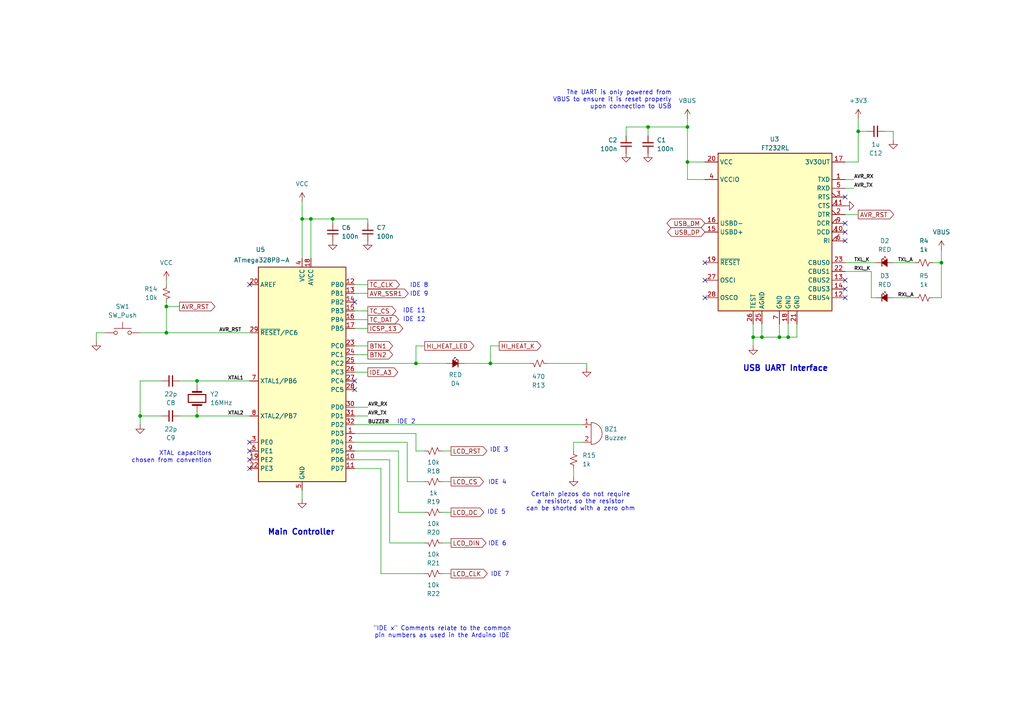
<source format=kicad_sch>
(kicad_sch (version 20250114) (generator "eeschema") (generator_version "9.0")
  (paper "A4")
  (lib_symbols
    (symbol "ATmega328PB-A_1"
      (property "Reference" "U5" (at -13.462 40.64 0))
      (property "Value" "ATmega328PB-A" (at -19.812 37.592 0))
      (symbol "ATmega328PB-A_1_0_1"
        (rectangle (start -12.7 35.56) (end 12.7 -26.67) (stroke (width 0.254)) (fill (type background)))
      )
      (symbol "ATmega328PB-A_1_1_1"
        (pin passive line (at -15.24 30.48 0) (length 2.54) (name "AREF") (number "20"))
        (pin bidirectional line (at -15.24 16.51 0) (length 2.54) (name "~{RESET}/PC6") (number "29"))
        (pin bidirectional line (at -15.24 2.54 0) (length 2.54) (name "XTAL1/PB6") (number "7"))
        (pin bidirectional line (at -15.24 -7.62 0) (length 2.54) (name "XTAL2/PB7") (number "8"))
        (pin bidirectional line (at -15.24 -15.24 0) (length 2.54) (name "PE0") (number "3"))
        (pin bidirectional line (at -15.24 -17.78 0) (length 2.54) (name "PE1") (number "6"))
        (pin bidirectional line (at -15.24 -20.32 0) (length 2.54) (name "PE2") (number "19"))
        (pin bidirectional line (at -15.24 -22.86 0) (length 2.54) (name "PE3") (number "22"))
        (pin power_in line (at 0 38.1 270) (length 2.54) (name "VCC") (number "4"))
        (pin passive line (at 0 -29.21 90) (length 2.54) (hide yes) (name "GND") (number "21"))
        (pin power_in line (at 0 -29.21 90) (length 2.54) (name "GND") (number "5"))
        (pin power_in line (at 2.54 38.1 270) (length 2.54) (name "AVCC") (number "18"))
        (pin bidirectional line (at 15.24 30.48 180) (length 2.54) (name "PB0") (number "12"))
        (pin bidirectional line (at 15.24 27.94 180) (length 2.54) (name "PB1") (number "13"))
        (pin bidirectional line (at 15.24 25.4 180) (length 2.54) (name "PB2") (number "14"))
        (pin bidirectional line (at 15.24 22.86 180) (length 2.54) (name "PB3") (number "15"))
        (pin bidirectional line (at 15.24 20.32 180) (length 2.54) (name "PB4") (number "16"))
        (pin bidirectional line (at 15.24 17.78 180) (length 2.54) (name "PB5") (number "17"))
        (pin bidirectional line (at 15.24 12.7 180) (length 2.54) (name "PC0") (number "23"))
        (pin bidirectional line (at 15.24 10.16 180) (length 2.54) (name "PC1") (number "24"))
        (pin bidirectional line (at 15.24 7.62 180) (length 2.54) (name "PC2") (number "25"))
        (pin bidirectional line (at 15.24 5.08 180) (length 2.54) (name "PC3") (number "26"))
        (pin bidirectional line (at 15.24 2.54 180) (length 2.54) (name "PC4") (number "27"))
        (pin bidirectional line (at 15.24 0 180) (length 2.54) (name "PC5") (number "28"))
        (pin bidirectional line (at 15.24 -5.08 180) (length 2.54) (name "PD0") (number "30"))
        (pin bidirectional line (at 15.24 -7.62 180) (length 2.54) (name "PD1") (number "31"))
        (pin bidirectional line (at 15.24 -10.16 180) (length 2.54) (name "PD2") (number "32"))
        (pin bidirectional line (at 15.24 -12.7 180) (length 2.54) (name "PD3") (number "1"))
        (pin bidirectional line (at 15.24 -15.24 180) (length 2.54) (name "PD4") (number "2"))
        (pin bidirectional line (at 15.24 -17.78 180) (length 2.54) (name "PD5") (number "9"))
        (pin bidirectional line (at 15.24 -20.32 180) (length 2.54) (name "PD6") (number "10"))
        (pin bidirectional line (at 15.24 -22.86 180) (length 2.54) (name "PD7") (number "11"))
      )
    )
    (symbol "Device:Buzzer" (pin_names (offset 0.0254) (hide yes))
      (property "Reference" "BZ" (at 3.81 1.27 0))
      (property "Value" "Buzzer" (at 3.81 -1.27 0))
      (symbol "Buzzer_0_1"
        (polyline (pts (xy -1.651 1.905) (xy -1.143 1.905)))
        (polyline (pts (xy -1.397 2.159) (xy -1.397 1.651)))
        (arc (start 0 3.175) (mid 3.1612 0) (end 0 -3.175))
        (polyline (pts (xy 0 3.175) (xy 0 -3.175)))
      )
      (symbol "Buzzer_1_1"
        (pin passive line (at -2.54 2.54 0) (length 2.54) (name "+") (number "1"))
        (pin passive line (at -2.54 -2.54 0) (length 2.54) (name "-") (number "2"))
      )
    )
    (symbol "Device:C_Small" (pin_numbers (hide yes)) (pin_names (offset 0.254) (hide yes))
      (property "Reference" "C" (at 0.254 1.778 0))
      (property "Value" "C_Small" (at 0.254 -2.032 0))
      (symbol "C_Small_0_1"
        (polyline (pts (xy -1.524 0.508) (xy 1.524 0.508)) (stroke (width 0.3048)))
        (polyline (pts (xy -1.524 -0.508) (xy 1.524 -0.508)) (stroke (width 0.3302)))
      )
      (symbol "C_Small_1_1"
        (pin passive line (at 0 2.54 270) (length 2.032) (name "~") (number "1"))
        (pin passive line (at 0 -2.54 90) (length 2.032) (name "~") (number "2"))
      )
    )
    (symbol "Device:Crystal" (pin_numbers (hide yes)) (pin_names (offset 1.016) (hide yes))
      (property "Reference" "Y" (at 0 3.81 0))
      (property "Value" "Crystal" (at 0 -3.81 0))
      (symbol "Crystal_0_1"
        (polyline (pts (xy -2.54 0) (xy -1.905 0)))
        (polyline (pts (xy -1.905 -1.27) (xy -1.905 1.27)) (stroke (width 0.508)))
        (rectangle (start -1.143 2.54) (end 1.143 -2.54) (stroke (width 0.3048)))
        (polyline (pts (xy 1.905 -1.27) (xy 1.905 1.27)) (stroke (width 0.508)))
        (polyline (pts (xy 2.54 0) (xy 1.905 0)))
      )
      (symbol "Crystal_1_1"
        (pin passive line (at -3.81 0 0) (length 1.27) (name "1") (number "1"))
        (pin passive line (at 3.81 0 180) (length 1.27) (name "2") (number "2"))
      )
    )
    (symbol "Device:LED_Small_Filled" (pin_numbers (hide yes)) (pin_names (offset 0.254) (hide yes))
      (property "Reference" "D" (at -1.27 3.175 0))
      (property "Value" "LED_Small_Filled" (at -4.445 -2.54 0))
      (symbol "LED_Small_Filled_0_1"
        (polyline (pts (xy -0.762 -1.016) (xy -0.762 1.016)) (stroke (width 0.254)))
        (polyline (pts (xy 0 0.762) (xy -0.508 1.27) (xy -0.254 1.27) (xy -0.508 1.27) (xy -0.508 1.016)))
        (polyline (pts (xy 0.508 1.27) (xy 0 1.778) (xy 0.254 1.778) (xy 0 1.778) (xy 0 1.524)))
        (polyline (pts (xy 0.762 -1.016) (xy -0.762 0) (xy 0.762 1.016) (xy 0.762 -1.016)) (stroke (width 0.254)) (fill (type outline)))
        (polyline (pts (xy 1.016 0) (xy -0.762 0)))
      )
      (symbol "LED_Small_Filled_1_1"
        (pin passive line (at -2.54 0 0) (length 1.778) (name "K") (number "1"))
        (pin passive line (at 2.54 0 180) (length 1.778) (name "A") (number "2"))
      )
    )
    (symbol "Device:R_Small_US" (pin_numbers (hide yes)) (pin_names (offset 0.254) (hide yes))
      (property "Reference" "R" (at 0.762 0.508 0))
      (property "Value" "R_Small_US" (at 0.762 -1.016 0))
      (symbol "R_Small_US_1_1"
        (polyline (pts (xy 0 1.524) (xy 1.016 1.143) (xy 0 0.762) (xy -1.016 0.381) (xy 0 0)))
        (polyline (pts (xy 0 0) (xy 1.016 -0.381) (xy 0 -0.762) (xy -1.016 -1.143) (xy 0 -1.524)))
        (pin passive line (at 0 2.54 270) (length 1.016) (name "~") (number "1"))
        (pin passive line (at 0 -2.54 90) (length 1.016) (name "~") (number "2"))
      )
    )
    (symbol "Interface_USB:FT232RL"
      (property "Reference" "U6" (at -1.524 25.654 0))
      (property "Value" "FT232RL" (at -4.064 23.114 0))
      (symbol "FT232RL_0_1"
        (rectangle (start -16.51 21.59) (end 16.51 -24.13) (stroke (width 0.254)) (fill (type background)))
      )
      (symbol "FT232RL_1_1"
        (pin power_in line (at -20.32 19.05 0) (length 3.81) (name "VCC") (number "20"))
        (pin power_in line (at -20.32 13.97 0) (length 3.81) (name "VCCIO") (number "4"))
        (pin bidirectional line (at -20.32 1.27 0) (length 3.81) (name "USBD-") (number "16"))
        (pin bidirectional line (at -20.32 -1.27 0) (length 3.81) (name "USBD+") (number "15"))
        (pin input line (at -20.32 -10.16 0) (length 3.81) (name "~{RESET}") (number "19"))
        (pin input line (at -20.32 -15.24 0) (length 3.81) (name "OSCI") (number "27"))
        (pin output line (at -20.32 -20.32 0) (length 3.81) (name "OSCO") (number "28"))
        (pin input line (at -6.35 -27.94 90) (length 3.81) (name "TEST") (number "26"))
        (pin power_in line (at -3.81 -27.94 90) (length 3.81) (name "AGND") (number "25"))
        (pin power_in line (at 1.27 -27.94 90) (length 3.81) (name "GND") (number "7"))
        (pin power_in line (at 3.81 -27.94 90) (length 3.81) (name "GND") (number "18"))
        (pin power_in line (at 6.35 -27.94 90) (length 3.81) (name "GND") (number "21"))
        (pin power_out line (at 20.32 19.05 180) (length 3.81) (name "3V3OUT") (number "17"))
        (pin output line (at 20.32 13.97 180) (length 3.81) (name "TXD") (number "1"))
        (pin input line (at 20.32 11.43 180) (length 3.81) (name "RXD") (number "5"))
        (pin output output_low (at 20.32 8.89 180) (length 3.81) (name "RTS") (number "3"))
        (pin input input_low (at 20.32 6.35 180) (length 3.81) (name "CTS") (number "11"))
        (pin output output_low (at 20.32 3.81 180) (length 3.81) (name "DTR") (number "2"))
        (pin input input_low (at 20.32 1.27 180) (length 3.81) (name "DCR") (number "9"))
        (pin input input_low (at 20.32 -1.27 180) (length 3.81) (name "DCD") (number "10"))
        (pin input input_low (at 20.32 -3.81 180) (length 3.81) (name "RI") (number "6"))
        (pin bidirectional line (at 20.32 -10.16 180) (length 3.81) (name "CBUS0") (number "23"))
        (pin bidirectional line (at 20.32 -12.7 180) (length 3.81) (name "CBUS1") (number "22"))
        (pin bidirectional line (at 20.32 -15.24 180) (length 3.81) (name "CBUS2") (number "13"))
        (pin bidirectional line (at 20.32 -17.78 180) (length 3.81) (name "CBUS3") (number "14"))
        (pin bidirectional line (at 20.32 -20.32 180) (length 3.81) (name "CBUS4") (number "12"))
      )
    )
    (symbol "Switch:SW_Push" (pin_numbers (hide yes)) (pin_names (offset 1.016) (hide yes))
      (property "Reference" "SW" (at 1.27 2.54 0))
      (property "Value" "SW_Push" (at 0 -1.524 0))
      (symbol "SW_Push_0_1"
        (circle (center -2.032 0) (radius 0.508))
        (polyline (pts (xy 0 1.27) (xy 0 3.048)))
        (circle (center 2.032 0) (radius 0.508))
        (polyline (pts (xy 2.54 1.27) (xy -2.54 1.27)))
        (pin passive line (at -5.08 0 0) (length 2.54) (name "1") (number "1"))
        (pin passive line (at 5.08 0 180) (length 2.54) (name "2") (number "2"))
      )
    )
    (symbol "power:+3V3" (power) (pin_numbers (hide yes)) (pin_names (offset 0) (hide yes))
      (property "Value" "+3V3" (at 0 3.556 0))
      (symbol "+3V3_0_1"
        (polyline (pts (xy -0.762 1.27) (xy 0 2.54)))
        (polyline (pts (xy 0 2.54) (xy 0.762 1.27)))
        (polyline (pts (xy 0 0) (xy 0 2.54)))
      )
      (symbol "+3V3_1_1"
        (pin power_in line (at 0 0 90) (length 0) (name "~") (number "1"))
      )
    )
    (symbol "power:GND" (power) (pin_numbers (hide yes)) (pin_names (offset 0) (hide yes))
      (property "Value" "GND" (at 0 -3.81 0))
      (symbol "GND_0_1"
        (polyline (pts (xy 0 0) (xy 0 -1.27) (xy 1.27 -1.27) (xy 0 -2.54) (xy -1.27 -1.27) (xy 0 -1.27)))
      )
      (symbol "GND_1_1"
        (pin power_in line (at 0 0 270) (length 0) (name "~") (number "1"))
      )
    )
    (symbol "power:VBUS" (power) (pin_numbers (hide yes)) (pin_names (offset 0) (hide yes))
      (property "Value" "VBUS" (at 0 3.556 0))
      (symbol "VBUS_0_1"
        (polyline (pts (xy -0.762 1.27) (xy 0 2.54)))
        (polyline (pts (xy 0 2.54) (xy 0.762 1.27)))
        (polyline (pts (xy 0 0) (xy 0 2.54)))
      )
      (symbol "VBUS_1_1"
        (pin power_in line (at 0 0 90) (length 0) (name "~") (number "1"))
      )
    )
    (symbol "power:VCC" (power) (pin_numbers (hide yes)) (pin_names (offset 0) (hide yes))
      (property "Value" "VCC" (at 0 3.556 0))
      (symbol "VCC_0_1"
        (polyline (pts (xy -0.762 1.27) (xy 0 2.54)))
        (polyline (pts (xy 0 2.54) (xy 0.762 1.27)))
        (polyline (pts (xy 0 0) (xy 0 2.54)))
      )
      (symbol "VCC_1_1"
        (pin power_in line (at 0 0 90) (length 0) (name "~") (number "1"))
      )
    )
  )
  (text "USB UART Interface" (at 227.838 106.934 0) (effects (font (size 1.651 1.651) (thickness 0.3302) (bold yes))))
  (text "IDE 12" (at 116.84 92.71 0) (effects (font (size 1.27 1.27)) (justify left)))
  (text "IDE 4" (at 144.272 139.954 0) (effects (font (size 1.27 1.27))))
  (text "IDE 6" (at 144.272 157.734 0) (effects (font (size 1.27 1.27))))
  (text "IDE 2" (at 117.856 122.428 0) (effects (font (size 1.27 1.27))))
  (text "\"IDE x\" Comments relate to the common\npin numbers as used in the Arduino IDE" (at 128.27 183.388 0) (effects (font (size 1.27 1.27))))
  (text "XTAL capacitors\nchosen from convention" (at 61.468 132.588 0) (effects (font (size 1.27 1.27)) (justify right)))
  (text "Certain piezos do not require\na resistor, so the resistor\ncan be shorted with a zero ohm" (at 168.402 145.542 0) (effects (font (size 1.27 1.27))))
  (text "IDE 7" (at 145.034 166.624 0) (effects (font (size 1.27 1.27))))
  (text "IDE 3" (at 144.78 130.556 0) (effects (font (size 1.27 1.27))))
  (text "IDE 11" (at 116.84 90.17 0) (effects (font (size 1.27 1.27)) (justify left)))
  (text "IDE 9" (at 118.872 85.344 0) (effects (font (size 1.27 1.27)) (justify left)))
  (text "Main Controller" (at 87.376 154.432 0) (effects (font (size 1.651 1.651) (thickness 0.3302) (bold yes))))
  (text "The UART is only powered from\nVBUS to ensure it is reset properly\nupon connection to USB" (at 194.818 28.956 0) (effects (font (size 1.27 1.27)) (justify right)))
  (text "IDE 5" (at 144.018 148.59 0) (effects (font (size 1.27 1.27))))
  (text "IDE 8" (at 118.872 82.804 0) (effects (font (size 1.27 1.27)) (justify left)))
  (junction (at 228.6 97.79))
  (junction (at 96.52 63.5))
  (junction (at 248.92 38.1))
  (junction (at 87.63 63.5))
  (junction (at 220.98 97.79))
  (junction (at 48.26 96.52))
  (junction (at 90.17 63.5))
  (junction (at 226.06 97.79))
  (junction (at 120.65 105.41))
  (junction (at 57.15 120.65))
  (junction (at 199.39 46.99))
  (junction (at 142.24 105.41))
  (junction (at 199.39 36.83))
  (junction (at 57.15 110.49))
  (junction (at 48.26 88.9))
  (junction (at 187.96 36.83))
  (junction (at 273.05 76.2))
  (junction (at 218.44 97.79))
  (junction (at 40.64 120.65))
  (no_connect (at 245.11 83.82))
  (no_connect (at 204.47 86.36))
  (no_connect (at 72.39 133.35))
  (no_connect (at 102.87 113.03))
  (no_connect (at 72.39 130.81))
  (no_connect (at 245.11 86.36))
  (no_connect (at 245.11 69.85))
  (no_connect (at 102.87 87.63))
  (no_connect (at 102.87 110.49))
  (no_connect (at 245.11 67.31))
  (no_connect (at 245.11 64.77))
  (no_connect (at 72.39 82.55))
  (no_connect (at 245.11 57.15))
  (no_connect (at 72.39 128.27))
  (no_connect (at 245.11 81.28))
  (no_connect (at 204.47 76.2))
  (no_connect (at 204.47 81.28))
  (no_connect (at 72.39 135.89))
  (wire (pts (xy 273.05 86.36) (xy 270.51 86.36)))
  (wire (pts (xy 72.39 120.65) (xy 57.15 120.65)))
  (wire (pts (xy 87.63 63.5) (xy 90.17 63.5)))
  (wire (pts (xy 48.26 87.63) (xy 48.26 88.9)))
  (wire (pts (xy 102.87 128.27) (xy 118.11 128.27)))
  (wire (pts (xy 90.17 74.93) (xy 90.17 63.5)))
  (wire (pts (xy 87.63 142.24) (xy 87.63 144.78)))
  (wire (pts (xy 27.94 96.52) (xy 30.48 96.52)))
  (wire (pts (xy 128.27 157.48) (xy 130.81 157.48)))
  (wire (pts (xy 181.61 39.37) (xy 181.61 36.83)))
  (wire (pts (xy 168.91 128.27) (xy 166.37 128.27)))
  (wire (pts (xy 245.11 54.61) (xy 247.65 54.61)))
  (wire (pts (xy 120.65 105.41) (xy 129.54 105.41)))
  (wire (pts (xy 40.64 96.52) (xy 48.26 96.52)))
  (wire (pts (xy 181.61 36.83) (xy 187.96 36.83)))
  (wire (pts (xy 245.11 78.74) (xy 252.73 78.74)))
  (wire (pts (xy 102.87 135.89) (xy 110.49 135.89)))
  (wire (pts (xy 48.26 96.52) (xy 72.39 96.52)))
  (wire (pts (xy 40.64 120.65) (xy 46.99 120.65)))
  (wire (pts (xy 226.06 93.98) (xy 226.06 97.79)))
  (wire (pts (xy 120.65 130.81) (xy 123.19 130.81)))
  (wire (pts (xy 102.87 105.41) (xy 120.65 105.41)))
  (wire (pts (xy 256.54 38.1) (xy 259.08 38.1)))
  (wire (pts (xy 170.18 106.68) (xy 170.18 105.41)))
  (wire (pts (xy 187.96 36.83) (xy 187.96 39.37)))
  (wire (pts (xy 110.49 135.89) (xy 110.49 166.37)))
  (wire (pts (xy 48.26 88.9) (xy 48.26 96.52)))
  (wire (pts (xy 102.87 118.11) (xy 106.68 118.11)))
  (wire (pts (xy 102.87 120.65) (xy 106.68 120.65)))
  (wire (pts (xy 48.26 81.28) (xy 48.26 82.55)))
  (wire (pts (xy 120.65 100.33) (xy 120.65 105.41)))
  (wire (pts (xy 102.87 92.71) (xy 106.68 92.71)))
  (wire (pts (xy 110.49 166.37) (xy 123.19 166.37)))
  (wire (pts (xy 252.73 86.36) (xy 254 86.36)))
  (wire (pts (xy 102.87 130.81) (xy 115.57 130.81)))
  (wire (pts (xy 102.87 100.33) (xy 106.68 100.33)))
  (wire (pts (xy 245.11 62.23) (xy 248.92 62.23)))
  (wire (pts (xy 142.24 100.33) (xy 142.24 105.41)))
  (wire (pts (xy 273.05 72.39) (xy 273.05 76.2)))
  (wire (pts (xy 270.51 76.2) (xy 273.05 76.2)))
  (wire (pts (xy 106.68 63.5) (xy 96.52 63.5)))
  (wire (pts (xy 134.62 105.41) (xy 142.24 105.41)))
  (wire (pts (xy 113.03 133.35) (xy 113.03 157.48)))
  (wire (pts (xy 102.87 102.87) (xy 106.68 102.87)))
  (wire (pts (xy 123.19 100.33) (xy 120.65 100.33)))
  (wire (pts (xy 252.73 78.74) (xy 252.73 86.36)))
  (wire (pts (xy 128.27 130.81) (xy 130.81 130.81)))
  (wire (pts (xy 115.57 130.81) (xy 115.57 148.59)))
  (wire (pts (xy 102.87 95.25) (xy 106.68 95.25)))
  (wire (pts (xy 118.11 139.7) (xy 123.19 139.7)))
  (wire (pts (xy 245.11 76.2) (xy 254 76.2)))
  (wire (pts (xy 57.15 110.49) (xy 57.15 111.76)))
  (wire (pts (xy 218.44 97.79) (xy 218.44 100.33)))
  (wire (pts (xy 245.11 52.07) (xy 247.65 52.07)))
  (wire (pts (xy 120.65 125.73) (xy 102.87 125.73)))
  (wire (pts (xy 204.47 52.07) (xy 199.39 52.07)))
  (wire (pts (xy 128.27 139.7) (xy 130.81 139.7)))
  (wire (pts (xy 248.92 38.1) (xy 248.92 34.29)))
  (wire (pts (xy 106.68 64.77) (xy 106.68 63.5)))
  (wire (pts (xy 57.15 120.65) (xy 57.15 119.38)))
  (wire (pts (xy 102.87 107.95) (xy 106.68 107.95)))
  (wire (pts (xy 118.11 128.27) (xy 118.11 139.7)))
  (wire (pts (xy 245.11 46.99) (xy 248.92 46.99)))
  (wire (pts (xy 52.07 120.65) (xy 57.15 120.65)))
  (wire (pts (xy 120.65 130.81) (xy 120.65 125.73)))
  (wire (pts (xy 199.39 52.07) (xy 199.39 46.99)))
  (wire (pts (xy 248.92 38.1) (xy 248.92 46.99)))
  (wire (pts (xy 259.08 38.1) (xy 259.08 40.64)))
  (wire (pts (xy 228.6 97.79) (xy 226.06 97.79)))
  (wire (pts (xy 102.87 85.09) (xy 106.68 85.09)))
  (wire (pts (xy 72.39 110.49) (xy 57.15 110.49)))
  (wire (pts (xy 226.06 97.79) (xy 220.98 97.79)))
  (wire (pts (xy 199.39 34.29) (xy 199.39 36.83)))
  (wire (pts (xy 27.94 99.06) (xy 27.94 96.52)))
  (wire (pts (xy 220.98 97.79) (xy 218.44 97.79)))
  (wire (pts (xy 102.87 82.55) (xy 106.68 82.55)))
  (wire (pts (xy 187.96 36.83) (xy 199.39 36.83)))
  (wire (pts (xy 128.27 166.37) (xy 130.81 166.37)))
  (wire (pts (xy 248.92 38.1) (xy 251.46 38.1)))
  (wire (pts (xy 170.18 105.41) (xy 158.75 105.41)))
  (wire (pts (xy 40.64 120.65) (xy 40.64 123.19)))
  (wire (pts (xy 52.07 110.49) (xy 57.15 110.49)))
  (wire (pts (xy 231.14 97.79) (xy 228.6 97.79)))
  (wire (pts (xy 102.87 133.35) (xy 113.03 133.35)))
  (wire (pts (xy 128.27 148.59) (xy 130.81 148.59)))
  (wire (pts (xy 46.99 110.49) (xy 40.64 110.49)))
  (wire (pts (xy 199.39 46.99) (xy 204.47 46.99)))
  (wire (pts (xy 144.78 100.33) (xy 142.24 100.33)))
  (wire (pts (xy 113.03 157.48) (xy 123.19 157.48)))
  (wire (pts (xy 259.08 86.36) (xy 265.43 86.36)))
  (wire (pts (xy 218.44 93.98) (xy 218.44 97.79)))
  (wire (pts (xy 166.37 128.27) (xy 166.37 130.81)))
  (wire (pts (xy 102.87 123.19) (xy 168.91 123.19)))
  (wire (pts (xy 40.64 110.49) (xy 40.64 120.65)))
  (wire (pts (xy 273.05 76.2) (xy 273.05 86.36)))
  (wire (pts (xy 220.98 93.98) (xy 220.98 97.79)))
  (wire (pts (xy 102.87 90.17) (xy 106.68 90.17)))
  (wire (pts (xy 52.07 88.9) (xy 48.26 88.9)))
  (wire (pts (xy 142.24 105.41) (xy 153.67 105.41)))
  (wire (pts (xy 115.57 148.59) (xy 123.19 148.59)))
  (wire (pts (xy 90.17 63.5) (xy 96.52 63.5)))
  (wire (pts (xy 259.08 76.2) (xy 265.43 76.2)))
  (wire (pts (xy 228.6 93.98) (xy 228.6 97.79)))
  (wire (pts (xy 199.39 36.83) (xy 199.39 46.99)))
  (wire (pts (xy 166.37 135.89) (xy 166.37 138.43)))
  (wire (pts (xy 96.52 63.5) (xy 96.52 64.77)))
  (wire (pts (xy 87.63 74.93) (xy 87.63 63.5)))
  (wire (pts (xy 231.14 93.98) (xy 231.14 97.79)))
  (wire (pts (xy 87.63 58.42) (xy 87.63 63.5)))
  (label "TXL_A" (at 260.35 76.2 0) (effects (font (size 1.016 1.016) (thickness 0.2032) (bold yes))))
  (label "RXL_A" (at 260.35 86.36 0) (effects (font (size 1.016 1.016) (thickness 0.2032) (bold yes))))
  (label "AVR_RX" (at 106.68 118.11 0) (effects (font (size 1.016 1.016) (thickness 0.2032) (bold yes))))
  (label "AVR_RX" (at 247.65 52.07 0) (effects (font (size 1.016 1.016) (thickness 0.2032) (bold yes))))
  (label "AVR_RST" (at 63.5 96.52 0) (effects (font (size 1.016 1.016) (thickness 0.2032) (bold yes))))
  (label "AVR_TX" (at 106.68 120.65 0) (effects (font (size 1.016 1.016) (thickness 0.2032) (bold yes))))
  (label "AVR_TX" (at 247.65 54.61 0) (effects (font (size 1.016 1.016) (thickness 0.2032) (bold yes))))
  (label "TXL_K" (at 247.65 76.2 0) (effects (font (size 1.016 1.016) (thickness 0.2032) (bold yes))))
  (label "RXL_K" (at 247.65 78.74 0) (effects (font (size 1.016 1.016) (thickness 0.2032) (bold yes))))
  (label "BUZZER" (at 106.68 123.19 0) (effects (font (size 1.016 1.016) (thickness 0.2032) (bold yes))))
  (label "XTAL2" (at 66.04 120.65 0) (effects (font (size 1.016 1.016) (thickness 0.2032) (bold yes))))
  (label "XTAL1" (at 66.04 110.49 0) (effects (font (size 1.016 1.016) (thickness 0.2032) (bold yes))))
  (global_label "LCD_CLK" (shape output) (at 130.81 166.37 0) (property "Intersheetrefs" "${INTERSHEET_REFS}" (effects (hide yes))))
  (global_label "USB_DP" (shape bidirectional) (at 204.47 67.31 180) (property "Intersheetrefs" "${INTERSHEET_REFS}" (effects (hide yes))))
  (global_label "LCD_DC" (shape output) (at 130.81 148.59 0) (property "Intersheetrefs" "${INTERSHEET_REFS}" (effects (hide yes))))
  (global_label "TC_CLK" (shape output) (at 106.68 82.55 0) (property "Intersheetrefs" "${INTERSHEET_REFS}" (effects (hide yes))))
  (global_label "AVR_RST" (shape output) (at 52.07 88.9 0) (property "Intersheetrefs" "${INTERSHEET_REFS}" (effects (hide yes))))
  (global_label "USB_DM" (shape bidirectional) (at 204.47 64.77 180) (property "Intersheetrefs" "${INTERSHEET_REFS}" (effects (hide yes))))
  (global_label "HI_HEAT_K" (shape output) (at 144.78 100.33 0) (property "Intersheetrefs" "${INTERSHEET_REFS}" (effects (hide yes))))
  (global_label "TC_DAT" (shape output) (at 106.68 92.71 0) (property "Intersheetrefs" "${INTERSHEET_REFS}" (effects (hide yes))))
  (global_label "LCD_RST" (shape output) (at 130.81 130.81 0) (property "Intersheetrefs" "${INTERSHEET_REFS}" (effects (hide yes))))
  (global_label "AVR_SSR1" (shape output) (at 106.68 85.09 0) (property "Intersheetrefs" "${INTERSHEET_REFS}" (effects (hide yes))))
  (global_label "BTN2" (shape output) (at 106.68 102.87 0) (property "Intersheetrefs" "${INTERSHEET_REFS}" (effects (hide yes))))
  (global_label "AVR_RST" (shape output) (at 248.92 62.23 0) (property "Intersheetrefs" "${INTERSHEET_REFS}" (effects (hide yes))))
  (global_label "ICSP_13" (shape output) (at 106.68 95.25 0) (property "Intersheetrefs" "${INTERSHEET_REFS}" (effects (hide yes))))
  (global_label "BTN1" (shape output) (at 106.68 100.33 0) (property "Intersheetrefs" "${INTERSHEET_REFS}" (effects (hide yes))))
  (global_label "HI_HEAT_LED" (shape output) (at 123.19 100.33 0) (property "Intersheetrefs" "${INTERSHEET_REFS}" (effects (hide yes))))
  (global_label "LCD_CS" (shape output) (at 130.81 139.7 0) (property "Intersheetrefs" "${INTERSHEET_REFS}" (effects (hide yes))))
  (global_label "LCD_DIN" (shape output) (at 130.81 157.48 0) (property "Intersheetrefs" "${INTERSHEET_REFS}" (effects (hide yes))))
  (global_label "TC_CS" (shape output) (at 106.68 90.17 0) (property "Intersheetrefs" "${INTERSHEET_REFS}" (effects (hide yes))))
  (global_label "IDE_A3" (shape output) (at 106.68 107.95 0) (property "Intersheetrefs" "${INTERSHEET_REFS}" (effects (hide yes))))
  (symbol (lib_id "Device:C_Small") (at 181.61 41.91 0) (mirror x) (unit 1)
    (property "Reference" "C2" (at 179.07 40.6335 0) (effects (justify right)))
    (property "Value" "100n" (at 179.07 43.1735 0) (effects (justify right)))
    (property "Footprint" "Capacitor_SMD:C_0402_1005Metric" (effects (hide yes)))
    (property "Description" "Unpolarized capacitor, small symbol" (effects (hide yes)))
  )
  (symbol (lib_id "Device:C_Small") (at 187.96 41.91 180) (unit 1)
    (property "Reference" "C1" (at 190.5 40.6335 0) (effects (justify right)))
    (property "Value" "100n" (at 190.5 43.1735 0) (effects (justify right)))
    (property "Footprint" "Capacitor_SMD:C_0402_1005Metric" (effects (hide yes)))
    (property "Description" "Unpolarized capacitor, small symbol" (effects (hide yes)))
  )
  (symbol (lib_id "power:VBUS") (at 273.05 72.39 0) (unit 1)
    (property "Reference" "#PWR035" (effects (hide yes)))
    (property "Value" "VBUS" (at 273.05 67.31 0))
    (property "Description" "Power symbol creates a global label with name \"VBUS\"" (effects (hide yes)))
  )
  (symbol (lib_id "Device:C_Small") (at 106.68 67.31 180) (unit 1)
    (property "Reference" "C7" (at 109.22 66.0335 0) (effects (justify right)))
    (property "Value" "100n" (at 109.22 68.5735 0) (effects (justify right)))
    (property "Footprint" "Capacitor_SMD:C_0402_1005Metric" (effects (hide yes)))
    (property "Description" "Unpolarized capacitor, small symbol" (effects (hide yes)))
  )
  (symbol (lib_id "power:VCC") (at 87.63 58.42 0) (unit 1)
    (property "Reference" "#PWR021" (effects (hide yes)))
    (property "Value" "VCC" (at 87.63 53.34 0))
    (property "Description" "Power symbol creates a global label with name \"VCC\"" (effects (hide yes)))
  )
  (symbol (lib_id "Device:R_Small_US") (at 125.73 130.81 90) (mirror x) (unit 1)
    (property "Reference" "R18" (at 125.73 136.652 90))
    (property "Value" "10k" (at 125.73 134.112 90))
    (property "Footprint" "Resistor_SMD:R_0402_1005Metric" (effects (hide yes)))
    (property "Description" "Resistor, small US symbol" (effects (hide yes)))
  )
  (symbol (lib_id "Interface_USB:FT232RL") (at 224.79 66.04 0) (unit 1)
    (property "Reference" "U3" (at 223.266 40.386 0) (effects (justify left)))
    (property "Value" "FT232RL" (at 220.726 42.926 0) (effects (justify left)))
    (property "Footprint" "Package_SO:SSOP-28_5.3x10.2mm_P0.65mm" (effects (hide yes)))
    (property "Datasheet" "https://www.ftdichip.com/Support/Documents/DataSheets/ICs/DS_FT232R.pdf" (effects (hide yes)))
    (property "Description" "USB to Serial Interface, SSOP-28" (effects (hide yes)))
  )
  (symbol (lib_id "power:+3V3") (at 248.92 34.29 0) (unit 1)
    (property "Reference" "#PWR024" (effects (hide yes)))
    (property "Value" "+3V3" (at 248.92 29.21 0))
    (property "Description" "Power symbol creates a global label with name \"+3V3\"" (effects (hide yes)))
  )
  (symbol (lib_id "power:GND") (at 259.08 40.64 0) (unit 1)
    (property "Reference" "#PWR027" (effects (hide yes)))
    (property "Value" "GND" (effects (hide yes)))
    (property "Description" "Power symbol creates a global label with name \"GND\" , ground" (effects (hide yes)))
  )
  (symbol (lib_id "Device:R_Small_US") (at 125.73 157.48 90) (mirror x) (unit 1)
    (property "Reference" "R21" (at 125.73 163.322 90))
    (property "Value" "10k" (at 125.73 160.782 90))
    (property "Footprint" "Resistor_SMD:R_0402_1005Metric" (effects (hide yes)))
    (property "Description" "Resistor, small US symbol" (effects (hide yes)))
  )
  (symbol (lib_id "power:GND") (at 166.37 138.43 0) (unit 1)
    (property "Reference" "#PWR028" (effects (hide yes)))
    (property "Value" "GND" (effects (hide yes)))
    (property "Description" "Power symbol creates a global label with name \"GND\" , ground" (effects (hide yes)))
  )
  (symbol (lib_id "Device:C_Small") (at 49.53 120.65 90) (mirror x) (unit 1)
    (property "Reference" "C9" (at 49.5363 127 90))
    (property "Value" "22p" (at 49.5363 124.46 90))
    (property "Footprint" "Capacitor_SMD:C_0402_1005Metric" (effects (hide yes)))
    (property "Description" "Unpolarized capacitor, small symbol" (effects (hide yes)))
  )
  (symbol (lib_id "power:GND") (at 170.18 106.68 0) (unit 1)
    (property "Reference" "#PWR025" (effects (hide yes)))
    (property "Value" "GND" (effects (hide yes)))
    (property "Description" "Power symbol creates a global label with name \"GND\" , ground" (effects (hide yes)))
  )
  (symbol (lib_id "Device:Buzzer") (at 171.45 125.73 0) (unit 1)
    (property "Reference" "BZ1" (at 175.26 124.4599 0) (effects (justify left)))
    (property "Value" "Buzzer" (at 175.26 126.9999 0) (effects (justify left)))
    (property "Footprint" "Buzzer_Beeper:Buzzer_12x9.5RM7.6" (effects (hide yes)))
    (property "Description" "Buzzer, polarized" (effects (hide yes)))
  )
  (symbol (lib_id "Device:LED_Small_Filled") (at 256.54 86.36 0) (unit 1)
    (property "Reference" "D3" (at 256.6035 80.01 0))
    (property "Value" "RED" (at 256.6035 82.55 0))
    (property "Footprint" "LED_SMD:LED_0603_1608Metric" (effects (hide yes)))
    (property "Description" "Light emitting diode, small symbol, filled shape" (effects (hide yes)))
  )
  (symbol (lib_id "Device:LED_Small_Filled") (at 256.54 76.2 0) (unit 1)
    (property "Reference" "D2" (at 256.6035 69.85 0))
    (property "Value" "RED" (at 256.6035 72.39 0))
    (property "Footprint" "LED_SMD:LED_0603_1608Metric" (effects (hide yes)))
    (property "Description" "Light emitting diode, small symbol, filled shape" (effects (hide yes)))
  )
  (symbol (lib_id "power:VBUS") (at 199.39 34.29 0) (unit 1)
    (property "Reference" "#PWR08" (effects (hide yes)))
    (property "Value" "VBUS" (at 199.39 29.21 0))
    (property "Description" "Power symbol creates a global label with name \"VBUS\"" (effects (hide yes)))
  )
  (symbol (lib_id "Device:R_Small_US") (at 267.97 76.2 90) (unit 1)
    (property "Reference" "R4" (at 267.97 69.85 90))
    (property "Value" "1k" (at 267.97 72.39 90))
    (property "Footprint" "Resistor_SMD:R_0402_1005Metric" (effects (hide yes)))
    (property "Description" "Resistor, small US symbol" (effects (hide yes)))
  )
  (symbol (lib_id "power:VCC") (at 48.26 81.28 0) (unit 1)
    (property "Reference" "#PWR018" (effects (hide yes)))
    (property "Value" "VCC" (at 48.26 76.2 0))
    (property "Description" "Power symbol creates a global label with name \"VCC\"" (effects (hide yes)))
  )
  (symbol (lib_id "Device:C_Small") (at 49.53 110.49 90) (mirror x) (unit 1)
    (property "Reference" "C8" (at 49.5363 116.84 90))
    (property "Value" "22p" (at 49.5363 114.3 90))
    (property "Footprint" "Capacitor_SMD:C_0402_1005Metric" (effects (hide yes)))
    (property "Description" "Unpolarized capacitor, small symbol" (effects (hide yes)))
  )
  (symbol (lib_name "ATmega328PB-A_1") (lib_id "MCU_Microchip_ATmega:ATmega328PB-A") (at 87.63 113.03 0) (unit 1)
    (property "Reference" "U5" (at 74.168 72.39 0) (effects (justify left)))
    (property "Value" "ATmega328PB-A" (at 67.818 75.438 0) (effects (justify left)))
    (property "Footprint" "Package_QFP:TQFP-32_7x7mm_P0.8mm" (effects (hide yes)))
    (property "Datasheet" "http://ww1.microchip.com/downloads/en/DeviceDoc/40001906C.pdf" (effects (hide yes)))
    (property "Description" "20MHz, 32kB Flash, 2kB SRAM, 1kB EEPROM, TQFP-32" (effects (hide yes)))
  )
  (symbol (lib_id "Device:C_Small") (at 96.52 67.31 180) (unit 1)
    (property "Reference" "C6" (at 99.06 66.0335 0) (effects (justify right)))
    (property "Value" "100n" (at 99.06 68.5735 0) (effects (justify right)))
    (property "Footprint" "Capacitor_SMD:C_0402_1005Metric" (effects (hide yes)))
    (property "Description" "Unpolarized capacitor, small symbol" (effects (hide yes)))
  )
  (symbol (lib_id "Device:LED_Small_Filled") (at 132.08 105.41 0) (mirror y) (unit 1) (in_bom no) (on_board no)
    (property "Reference" "D4" (at 132.08 111.252 0))
    (property "Value" "RED" (at 132.08 108.712 0))
    (property "Footprint" "Connector_JST:JST_PH_B2B-PH-K_1x02_P2.00mm_Vertical" (effects (hide yes)))
    (property "Description" "Light emitting diode, small symbol, filled shape" (effects (hide yes)))
  )
  (symbol (lib_id "power:GND") (at 96.52 69.85 0) (unit 1)
    (property "Reference" "#PWR019" (effects (hide yes)))
    (property "Value" "GND" (effects (hide yes)))
    (property "Description" "Power symbol creates a global label with name \"GND\" , ground" (effects (hide yes)))
  )
  (symbol (lib_id "Device:C_Small") (at 254 38.1 90) (mirror x) (unit 1)
    (property "Reference" "C12" (at 254.0063 44.45 90))
    (property "Value" "1u" (at 254.0063 41.91 90))
    (property "Footprint" "Capacitor_SMD:C_0603_1608Metric" (effects (hide yes)))
    (property "Description" "Unpolarized capacitor, small symbol" (effects (hide yes)))
  )
  (symbol (lib_id "power:GND") (at 187.96 44.45 0) (unit 1)
    (property "Reference" "#PWR015" (effects (hide yes)))
    (property "Value" "GND" (effects (hide yes)))
    (property "Description" "Power symbol creates a global label with name \"GND\" , ground" (effects (hide yes)))
  )
  (symbol (lib_id "Switch:SW_Push") (at 35.56 96.52 0) (unit 1)
    (property "Reference" "SW1" (at 35.56 88.9 0))
    (property "Value" "SW_Push" (at 35.56 91.44 0))
    (property "Footprint" "Button_Switch_THT:SW_Tactile_SPST_Angled_PTS645Vx58-2LFS" (effects (hide yes)))
    (property "Description" "Push button switch, generic, two pins" (effects (hide yes)))
  )
  (symbol (lib_id "Device:R_Small_US") (at 156.21 105.41 90) (mirror x) (unit 1)
    (property "Reference" "R13" (at 156.21 111.76 90))
    (property "Value" "470" (at 156.21 109.22 90))
    (property "Footprint" "Resistor_SMD:R_0402_1005Metric" (effects (hide yes)))
    (property "Description" "Resistor, small US symbol" (effects (hide yes)))
  )
  (symbol (lib_id "power:GND") (at 218.44 100.33 0) (unit 1)
    (property "Reference" "#PWR012" (effects (hide yes)))
    (property "Value" "GND" (effects (hide yes)))
    (property "Description" "Power symbol creates a global label with name \"GND\" , ground" (effects (hide yes)))
  )
  (symbol (lib_id "Device:R_Small_US") (at 125.73 166.37 90) (mirror x) (unit 1)
    (property "Reference" "R22" (at 125.73 172.212 90))
    (property "Value" "10k" (at 125.73 169.672 90))
    (property "Footprint" "Resistor_SMD:R_0402_1005Metric" (effects (hide yes)))
    (property "Description" "Resistor, small US symbol" (effects (hide yes)))
  )
  (symbol (lib_id "Device:Crystal") (at 57.15 115.57 90) (unit 1)
    (property "Reference" "Y2" (at 60.96 114.2999 90) (effects (justify right)))
    (property "Value" "16MHz" (at 60.96 116.8399 90) (effects (justify right)))
    (property "Footprint" "Crystal:Crystal_SMD_3225-4Pin_3.2x2.5mm" (effects (hide yes)))
    (property "Description" "Two pin crystal" (effects (hide yes)))
  )
  (symbol (lib_id "power:GND") (at 27.94 99.06 0) (unit 1)
    (property "Reference" "#PWR030" (effects (hide yes)))
    (property "Value" "GND" (effects (hide yes)))
    (property "Description" "Power symbol creates a global label with name \"GND\" , ground" (effects (hide yes)))
  )
  (symbol (lib_id "Device:R_Small_US") (at 125.73 139.7 90) (mirror x) (unit 1)
    (property "Reference" "R19" (at 125.73 145.542 90))
    (property "Value" "1k" (at 125.73 143.002 90))
    (property "Footprint" "Resistor_SMD:R_0402_1005Metric" (effects (hide yes)))
    (property "Description" "Resistor, small US symbol" (effects (hide yes)))
  )
  (symbol (lib_id "power:GND") (at 181.61 44.45 0) (unit 1)
    (property "Reference" "#PWR010" (effects (hide yes)))
    (property "Value" "GND" (effects (hide yes)))
    (property "Description" "Power symbol creates a global label with name \"GND\" , ground" (effects (hide yes)))
  )
  (symbol (lib_id "power:GND") (at 87.63 144.78 0) (unit 1)
    (property "Reference" "#PWR016" (effects (hide yes)))
    (property "Value" "GND" (effects (hide yes)))
    (property "Description" "Power symbol creates a global label with name \"GND\" , ground" (effects (hide yes)))
  )
  (symbol (lib_id "Device:R_Small_US") (at 166.37 133.35 180) (unit 1)
    (property "Reference" "R15" (at 168.91 132.0799 0) (effects (justify right)))
    (property "Value" "1k" (at 168.91 134.6199 0) (effects (justify right)))
    (property "Footprint" "Resistor_SMD:R_0402_1005Metric" (effects (hide yes)))
    (property "Description" "Resistor, small US symbol" (effects (hide yes)))
  )
  (symbol (lib_id "Device:R_Small_US") (at 48.26 85.09 0) (mirror x) (unit 1)
    (property "Reference" "R14" (at 45.72 83.8199 0) (effects (justify right)))
    (property "Value" "10k" (at 45.72 86.3599 0) (effects (justify right)))
    (property "Footprint" "Resistor_SMD:R_0402_1005Metric" (effects (hide yes)))
    (property "Description" "Resistor, small US symbol" (effects (hide yes)))
  )
  (symbol (lib_id "power:GND") (at 106.68 69.85 0) (unit 1)
    (property "Reference" "#PWR022" (effects (hide yes)))
    (property "Value" "GND" (effects (hide yes)))
    (property "Description" "Power symbol creates a global label with name \"GND\" , ground" (effects (hide yes)))
  )
  (symbol (lib_id "Device:R_Small_US") (at 125.73 148.59 90) (mirror x) (unit 1)
    (property "Reference" "R20" (at 125.73 154.432 90))
    (property "Value" "10k" (at 125.73 151.892 90))
    (property "Footprint" "Resistor_SMD:R_0402_1005Metric" (effects (hide yes)))
    (property "Description" "Resistor, small US symbol" (effects (hide yes)))
  )
  (symbol (lib_id "Device:R_Small_US") (at 267.97 86.36 90) (unit 1)
    (property "Reference" "R5" (at 267.97 80.01 90))
    (property "Value" "1k" (at 267.97 82.55 90))
    (property "Footprint" "Resistor_SMD:R_0402_1005Metric" (effects (hide yes)))
    (property "Description" "Resistor, small US symbol" (effects (hide yes)))
  )
  (symbol (lib_id "power:GND") (at 245.11 59.69 90) (unit 1)
    (property "Reference" "#PWR013" (effects (hide yes)))
    (property "Value" "GND" (effects (hide yes)))
    (property "Description" "Power symbol creates a global label with name \"GND\" , ground" (effects (hide yes)))
  )
  (symbol (lib_id "power:GND") (at 40.64 123.19 0) (unit 1)
    (property "Reference" "#PWR039" (effects (hide yes)))
    (property "Value" "GND" (effects (hide yes)))
    (property "Description" "Power symbol creates a global label with name \"GND\" , ground" (effects (hide yes)))
  )
)
</source>
